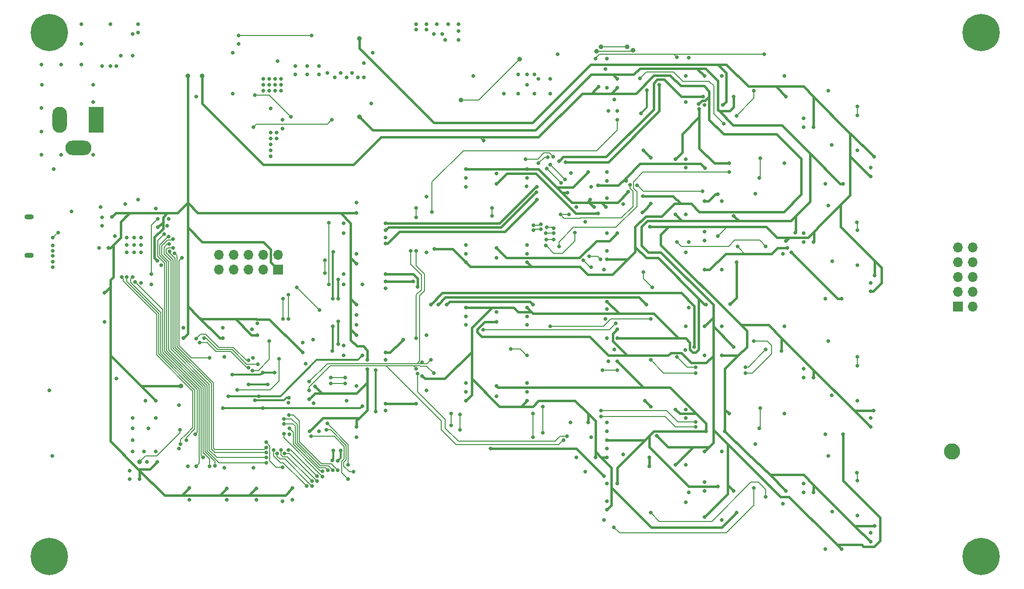
<source format=gbr>
G04 #@! TF.GenerationSoftware,KiCad,Pcbnew,5.1.5*
G04 #@! TF.CreationDate,2020-02-13T08:46:50-05:00*
G04 #@! TF.ProjectId,io-master,696f2d6d-6173-4746-9572-2e6b69636164,A*
G04 #@! TF.SameCoordinates,Original*
G04 #@! TF.FileFunction,Copper,L4,Bot*
G04 #@! TF.FilePolarity,Positive*
%FSLAX46Y46*%
G04 Gerber Fmt 4.6, Leading zero omitted, Abs format (unit mm)*
G04 Created by KiCad (PCBNEW 5.1.5) date 2020-02-13 08:46:50*
%MOMM*%
%LPD*%
G04 APERTURE LIST*
%ADD10C,6.400000*%
%ADD11R,2.500000X4.500000*%
%ADD12O,2.500000X4.500000*%
%ADD13O,4.500000X2.500000*%
%ADD14O,1.600000X0.900000*%
%ADD15R,1.700000X1.700000*%
%ADD16O,1.700000X1.700000*%
%ADD17C,2.800000*%
%ADD18C,0.660000*%
%ADD19C,0.635000*%
%ADD20C,0.812000*%
%ADD21C,0.150000*%
%ADD22C,0.400000*%
%ADD23C,0.300000*%
G04 APERTURE END LIST*
D10*
X35000000Y-35000000D03*
X195000000Y-35000000D03*
X35000000Y-125000000D03*
X195000000Y-125000000D03*
D11*
X43000000Y-50000000D03*
D12*
X36750000Y-50000000D03*
D13*
X40000000Y-54800000D03*
D14*
X31500000Y-66700000D03*
X31500000Y-73300000D03*
D15*
X74250000Y-75750000D03*
D16*
X74250000Y-73210000D03*
X71710000Y-75750000D03*
X71710000Y-73210000D03*
X69170000Y-75750000D03*
X69170000Y-73210000D03*
X66630000Y-75750000D03*
X66630000Y-73210000D03*
X64090000Y-75750000D03*
X64090000Y-73210000D03*
D17*
X190000000Y-107000000D03*
D15*
X191000000Y-82080000D03*
D16*
X193540000Y-82080000D03*
X191000000Y-79540000D03*
X193540000Y-79540000D03*
X191000000Y-77000000D03*
X193540000Y-77000000D03*
X191000000Y-74460000D03*
X193540000Y-74460000D03*
X191000000Y-71920000D03*
X193540000Y-71920000D03*
D18*
X52000000Y-103000000D03*
X164500000Y-94250000D03*
X169364801Y-97360617D03*
X161250000Y-85500000D03*
X164500000Y-112500000D03*
X168250000Y-123750000D03*
X130750000Y-106500000D03*
X130750000Y-87500000D03*
X128000000Y-104500000D03*
X147500000Y-113750000D03*
X176000000Y-121000000D03*
X144250000Y-99750000D03*
X124500000Y-102000000D03*
X133500000Y-107500000D03*
X130250000Y-118750000D03*
X169400000Y-117299996D03*
X144750000Y-82250000D03*
X150500000Y-118750000D03*
X150500000Y-85500000D03*
X173750000Y-98250000D03*
X130750000Y-103500000D03*
X168750000Y-107750000D03*
X130750000Y-115500000D03*
X144750000Y-114000000D03*
X144250000Y-101250000D03*
X176000000Y-101250000D03*
X161250000Y-100500000D03*
X131000000Y-91500000D03*
X130750000Y-82500000D03*
X168750000Y-88000000D03*
X164500000Y-114000000D03*
X164500000Y-92750000D03*
X161000000Y-116000000D03*
X144250000Y-85500000D03*
X130750000Y-102000000D03*
X144250000Y-109250000D03*
X125500000Y-108000000D03*
X173750000Y-118000000D03*
X130500000Y-84250000D03*
X147500000Y-112250000D03*
X144250000Y-115750000D03*
X150500000Y-107000000D03*
X156250000Y-105750000D03*
X147500000Y-90500000D03*
X127000000Y-110500000D03*
X168250000Y-104000000D03*
X132000000Y-89500000D03*
X130750000Y-112500000D03*
X117000000Y-96750000D03*
X106500000Y-85250000D03*
X111750000Y-97500000D03*
X106500000Y-83750000D03*
X99750000Y-96500000D03*
X111750000Y-83000000D03*
X106500000Y-95250000D03*
X117000000Y-83750000D03*
X99750000Y-87000000D03*
X117000000Y-95250000D03*
X117000000Y-85250000D03*
X106500000Y-96750000D03*
X48250000Y-70250000D03*
X48250000Y-72750000D03*
X50750000Y-72750000D03*
X49500000Y-72750000D03*
X49500000Y-70250000D03*
X50750000Y-70250000D03*
X49500000Y-71500000D03*
X50750000Y-71500000D03*
X48250000Y-71500000D03*
D19*
X74750000Y-43000000D03*
X73750000Y-45000000D03*
X73750000Y-43000000D03*
X73750000Y-44000000D03*
X74750000Y-44000000D03*
X74750000Y-45000000D03*
X72750000Y-43000000D03*
X71750000Y-44000000D03*
X71750000Y-45000000D03*
X72750000Y-45000000D03*
X72750000Y-44000000D03*
X71750000Y-43000000D03*
X66500000Y-45500000D03*
X72970778Y-48027135D03*
X85000000Y-42000000D03*
X35600000Y-75300000D03*
X35600000Y-73400000D03*
X35600000Y-72500000D03*
X35600000Y-74400000D03*
D18*
X35750000Y-58500000D03*
X40500000Y-33600000D03*
X45500000Y-33600000D03*
X50250000Y-33600000D03*
X40500000Y-40500000D03*
X40500000Y-37000000D03*
X33600000Y-40500000D03*
X37000000Y-40500000D03*
X50250000Y-35000000D03*
X49250000Y-35250000D03*
X49250000Y-39000000D03*
X47250000Y-39000000D03*
X44000000Y-40750000D03*
X45500000Y-40750000D03*
X46500000Y-40750000D03*
X33600000Y-56000000D03*
X33700000Y-44000000D03*
X33600000Y-48000000D03*
X33600000Y-52000000D03*
X37000000Y-56000000D03*
X42500000Y-47000000D03*
X42500000Y-44000000D03*
X46250000Y-70000000D03*
X43500000Y-72000000D03*
X52500000Y-78250000D03*
X53250000Y-65250000D03*
X50250000Y-63750000D03*
X48000000Y-64500000D03*
X43750000Y-65000000D03*
X44000000Y-66750000D03*
X44000000Y-68250000D03*
X38750000Y-65750000D03*
X107750000Y-42500000D03*
X113000000Y-45500000D03*
X121000000Y-45500000D03*
X121000000Y-43000000D03*
X115500000Y-45500000D03*
X118250000Y-45500000D03*
X98000000Y-34500000D03*
X74145000Y-39911138D03*
X67500000Y-37000000D03*
X66500000Y-38500000D03*
X111750000Y-73750000D03*
X106500000Y-71500000D03*
X106500000Y-73000000D03*
X117000000Y-73000000D03*
X117000000Y-71500000D03*
X111750000Y-59250000D03*
X117000000Y-60000000D03*
X106500000Y-61500000D03*
X106500000Y-60000000D03*
X99750000Y-72750000D03*
X99750000Y-63250000D03*
X144250000Y-47000000D03*
X131000000Y-48500000D03*
X132000000Y-46500000D03*
X144250000Y-42500000D03*
X169364801Y-54360617D03*
X164500000Y-49750000D03*
X164500000Y-51250000D03*
X168250000Y-61000000D03*
X176000000Y-58250000D03*
X173750000Y-55250000D03*
X168750000Y-45000000D03*
X144250000Y-56750000D03*
X144250000Y-58250000D03*
X130750000Y-59000000D03*
X130750000Y-60500000D03*
X147500000Y-69250000D03*
X150500000Y-64000000D03*
X144250000Y-66250000D03*
X130750000Y-63500000D03*
X133500000Y-64500000D03*
X125500000Y-65000000D03*
X127000000Y-67500000D03*
X128000000Y-61500000D03*
X130750000Y-72500000D03*
X130250000Y-75750000D03*
X144750000Y-71000000D03*
X144250000Y-72750000D03*
X147500000Y-70750000D03*
X150500000Y-75750000D03*
X150500000Y-42500000D03*
X147500000Y-47500000D03*
X168750000Y-64750000D03*
X169400000Y-74299996D03*
X164500000Y-69500000D03*
X164500000Y-71000000D03*
X176000000Y-78000000D03*
X168250000Y-80750000D03*
X173750000Y-75000000D03*
X161000000Y-73000000D03*
X161250000Y-57500000D03*
X156250000Y-62750000D03*
X161250000Y-42500000D03*
X130750000Y-44500000D03*
X130500000Y-41250000D03*
X130750000Y-39500000D03*
X60250000Y-46000000D03*
X98000000Y-33600000D03*
X105250000Y-33600000D03*
X101500000Y-33600000D03*
X99750000Y-33600000D03*
X103500000Y-33600000D03*
X105250000Y-36250000D03*
X105250000Y-34750000D03*
X103000000Y-36250000D03*
X101000000Y-35250000D03*
X99750000Y-34500000D03*
X118250000Y-42250000D03*
X117000000Y-42250000D03*
X117000000Y-44000000D03*
X119000000Y-43000000D03*
X102500000Y-35250000D03*
X122250000Y-38750000D03*
X90500000Y-38500000D03*
X90250000Y-47250000D03*
X89000000Y-40250000D03*
X89000000Y-42750000D03*
X88000000Y-42750000D03*
X87000000Y-42000000D03*
X86000000Y-42750000D03*
X84000000Y-42750000D03*
X82750000Y-42000000D03*
X81250000Y-42250000D03*
X81250000Y-40750000D03*
X77250000Y-40750000D03*
X77250000Y-42250000D03*
X79250000Y-42250000D03*
X79250000Y-40750000D03*
X75000000Y-50000000D03*
X75000000Y-51500000D03*
X73000000Y-52250000D03*
X73000000Y-56250000D03*
X73000000Y-54250000D03*
X74000000Y-52250000D03*
X74000000Y-53250000D03*
X73000000Y-55250000D03*
X73000000Y-53250000D03*
X42500000Y-56000000D03*
X65500000Y-115250000D03*
X70500000Y-115250000D03*
X75000000Y-115500000D03*
X76750000Y-115250000D03*
X65000000Y-90750000D03*
X46500000Y-94500000D03*
X57250000Y-99000000D03*
X57250000Y-106500000D03*
X49250000Y-101250000D03*
X49250000Y-107000000D03*
X49250000Y-103000000D03*
X49250000Y-105000000D03*
X53250000Y-107000000D03*
X53250000Y-101250000D03*
X51250000Y-107000000D03*
X48750000Y-110250000D03*
X48750000Y-111750000D03*
X51750000Y-108750000D03*
X92750000Y-100000000D03*
X92750000Y-91250000D03*
X92750000Y-79000000D03*
X92750000Y-70250000D03*
X130766196Y-69516196D03*
X116931505Y-61431505D03*
X87750000Y-64250000D03*
X85500000Y-67750000D03*
X85500000Y-69500000D03*
X87750000Y-83500000D03*
X85500000Y-76500000D03*
X85500000Y-78250000D03*
X87750000Y-73000000D03*
X87750000Y-85250000D03*
X85500000Y-88750000D03*
X85500000Y-90500000D03*
X87750000Y-95750000D03*
X87750000Y-104500000D03*
X78500000Y-88250000D03*
X80250000Y-87750000D03*
X76200000Y-104000000D03*
X81300000Y-103500000D03*
X58776273Y-109500000D03*
X65000000Y-109750000D03*
X70000000Y-109750000D03*
X51500000Y-98250000D03*
X35000000Y-96500000D03*
X35500000Y-107750000D03*
X64750000Y-85750000D03*
X58000000Y-85750000D03*
X44500000Y-84750000D03*
X50750000Y-78000000D03*
X55250000Y-68250000D03*
X54204938Y-75000000D03*
X55500000Y-67000000D03*
X59000000Y-115250000D03*
X70750000Y-85000000D03*
X69750000Y-86000000D03*
X86000000Y-98250000D03*
X80400000Y-98730000D03*
X79000000Y-91930010D03*
X69915328Y-90889770D03*
X76066260Y-98619001D03*
X144233804Y-89516196D03*
X144750000Y-39355010D03*
X124592702Y-59144716D03*
D19*
X35600000Y-71600000D03*
D18*
X70250000Y-45750000D03*
X76500000Y-49500000D03*
X130750000Y-117000000D03*
X153000000Y-117500000D03*
X127500000Y-102000000D03*
X132500000Y-87500000D03*
X117000000Y-98250000D03*
X106500000Y-82250000D03*
X99000000Y-94000000D03*
X117000000Y-82250000D03*
X106500000Y-98250000D03*
X45100000Y-72000000D03*
X53550000Y-74250000D03*
X53600000Y-68500000D03*
X45700000Y-66700000D03*
X115500000Y-42250000D03*
X106500000Y-74500000D03*
X117000000Y-74500000D03*
X117000000Y-58500000D03*
X106500000Y-58500000D03*
X128500000Y-65000000D03*
X127500000Y-59000000D03*
X130750000Y-74000000D03*
X153000000Y-74500000D03*
X132500000Y-44500000D03*
X87750000Y-66000000D03*
X87750000Y-74750000D03*
X87750000Y-81750000D03*
X87750000Y-87000000D03*
X130750000Y-81230010D03*
X87750000Y-102750000D03*
X78500000Y-90000000D03*
X79700000Y-103500000D03*
X59000000Y-113250000D03*
X53250000Y-98250000D03*
X64750000Y-87500000D03*
X58000000Y-87500000D03*
X44500000Y-79750000D03*
D20*
X57620326Y-95712469D03*
D18*
X50500000Y-111750000D03*
X53500000Y-108750000D03*
D20*
X58750000Y-42500000D03*
D18*
X70750000Y-87000000D03*
X89600000Y-91230000D03*
X89599967Y-92873228D03*
X79600000Y-98000000D03*
X80600000Y-95800000D03*
X130750000Y-108000000D03*
X128750000Y-108000000D03*
X147750000Y-81750000D03*
D20*
X61250000Y-42500000D03*
D18*
X124000000Y-62500000D03*
X129300000Y-44300000D03*
X146500000Y-47300000D03*
X151900000Y-81700000D03*
X134400000Y-62400000D03*
X130600000Y-65000000D03*
X136900000Y-63100000D03*
X109600000Y-53600000D03*
X65500000Y-113300000D03*
X70500000Y-113300000D03*
X76750000Y-113250000D03*
X127850000Y-63750000D03*
X101100000Y-72200000D03*
X75023705Y-109702073D03*
X72200000Y-105399996D03*
X57400000Y-103300000D03*
D20*
X50500000Y-108750000D03*
D18*
X53600000Y-67000000D03*
X52500000Y-76500000D03*
X176000000Y-102750000D03*
X150500000Y-90500000D03*
X151750000Y-100500000D03*
X161500000Y-113750000D03*
X176500000Y-100000000D03*
X166250000Y-94250000D03*
X142500000Y-99750000D03*
X130750000Y-105000000D03*
X176750000Y-119750000D03*
X166250000Y-114000000D03*
X132500000Y-112500000D03*
X132500000Y-91500000D03*
X176000000Y-122500000D03*
X111750000Y-95750000D03*
X67500000Y-35500000D03*
X80000000Y-35500000D03*
X111750000Y-72000000D03*
X132500000Y-48500000D03*
X166250000Y-51250000D03*
X176000000Y-59750000D03*
X142500000Y-56750000D03*
X132500000Y-69500000D03*
X176750000Y-76750000D03*
X176000000Y-79500000D03*
X151750000Y-57500000D03*
X161500000Y-46000000D03*
X149750000Y-113000000D03*
X147750000Y-103500000D03*
X151000000Y-103500000D03*
X160750000Y-89750000D03*
D20*
X88250000Y-36000000D03*
D18*
X176600000Y-56400000D03*
X150600000Y-47500000D03*
X136600000Y-48900000D03*
X137600000Y-44900000D03*
X161500000Y-70800000D03*
X166250000Y-71000000D03*
X138100000Y-68400000D03*
X146606670Y-48153361D03*
X149800000Y-70000000D03*
X147500000Y-107000000D03*
X147500000Y-85500000D03*
X142500000Y-109250000D03*
X132500000Y-86000000D03*
X152500000Y-113750000D03*
X171250000Y-104000000D03*
X171000000Y-123750000D03*
X152500000Y-89000000D03*
X111750000Y-84750000D03*
X70000000Y-51250000D03*
X83500000Y-50000000D03*
X111750000Y-61000000D03*
X171250000Y-61000000D03*
X147500000Y-64000000D03*
X142500000Y-66250000D03*
X147500000Y-75750000D03*
X147500000Y-42500000D03*
X171000000Y-80750000D03*
X152500000Y-46000000D03*
X132500000Y-43000000D03*
X147500000Y-118250000D03*
X139250000Y-104250000D03*
D20*
X88250000Y-49500000D03*
D18*
X163100000Y-69400000D03*
X162400000Y-72800000D03*
X129200000Y-66100000D03*
X129200000Y-61300000D03*
X147600000Y-58300000D03*
X152500000Y-66530000D03*
X149800000Y-62800000D03*
X134000000Y-60500000D03*
X161700000Y-72000000D03*
X153200000Y-71800000D03*
X158000000Y-89480002D03*
X138250000Y-84250000D03*
X121000000Y-85495000D03*
X142750000Y-90750000D03*
X146016188Y-92516188D03*
X154500000Y-92500000D03*
X156000000Y-88000000D03*
X109475000Y-86100000D03*
X138250000Y-91250000D03*
X146000000Y-93500000D03*
X154500000Y-93500000D03*
X132250000Y-85000000D03*
X158000000Y-114750000D03*
X105500000Y-100645000D03*
X138250000Y-117500000D03*
X105500000Y-103250000D03*
X156000000Y-113269998D03*
X131943750Y-120000000D03*
X118000000Y-104500000D03*
X118000000Y-100500000D03*
X120552800Y-56447200D03*
X128750010Y-39500000D03*
X157750000Y-38750000D03*
X142750000Y-39250012D03*
X119000000Y-57500000D03*
X156000000Y-45000000D03*
X116750000Y-56750000D03*
X121512795Y-56342805D03*
X136400000Y-42900000D03*
X153000000Y-49300000D03*
X150800004Y-50700000D03*
X142750000Y-71000000D03*
X158000000Y-71750000D03*
X129600000Y-74000000D03*
X127700000Y-73500000D03*
X121605000Y-69500000D03*
X120200000Y-69500000D03*
X119405010Y-68800000D03*
X118100000Y-69000000D03*
X120300000Y-70600000D03*
X121605000Y-70600000D03*
X126700000Y-74100000D03*
X127991188Y-75291188D03*
X138500000Y-78800000D03*
X137000000Y-76200000D03*
D20*
X105650000Y-46600000D03*
X115750000Y-39600000D03*
D18*
X92750000Y-98750000D03*
X98000000Y-98750000D03*
X88700000Y-99200000D03*
X64800000Y-99500000D03*
X71600000Y-99500000D03*
X92750000Y-90000000D03*
X101750000Y-81750000D03*
X95750000Y-87750000D03*
X88750000Y-90500000D03*
X71000000Y-97500000D03*
X65700000Y-97500000D03*
X137500000Y-81750000D03*
X92750000Y-77750000D03*
X97500000Y-77750000D03*
X88750000Y-78250000D03*
X66399998Y-93800000D03*
X71600000Y-93400000D03*
X73680010Y-93400000D03*
X92750000Y-69000000D03*
X139750000Y-44000000D03*
X76158991Y-97764003D03*
X70320002Y-98220000D03*
X123600000Y-57300000D03*
X118647825Y-62419784D03*
X35600000Y-70250002D03*
X36465300Y-69384700D03*
X81400000Y-82700000D03*
X77500000Y-78800000D03*
X76000000Y-84250000D03*
X75999992Y-80100000D03*
X75139587Y-84250000D03*
X75100002Y-80700000D03*
X156920000Y-103000000D03*
X157097886Y-99578871D03*
X173750000Y-112000000D03*
X173662500Y-110600000D03*
X173750000Y-69000000D03*
X173662500Y-67600000D03*
X173750000Y-47750000D03*
X173750000Y-49250000D03*
X157097886Y-56578871D03*
X156920000Y-60000000D03*
X173750000Y-90750000D03*
X173750000Y-92250000D03*
X84994968Y-106799992D03*
X84500000Y-108600000D03*
X130250000Y-111250000D03*
X110750000Y-106500000D03*
X100500000Y-81750000D03*
X145750000Y-89000000D03*
X100500000Y-91200000D03*
X98000000Y-72500000D03*
X98000000Y-66750000D03*
X79600000Y-95000000D03*
X76010012Y-106700000D03*
X80934583Y-111190634D03*
X123858120Y-104391880D03*
X99000179Y-91692505D03*
X98254334Y-93571532D03*
X122891887Y-60858113D03*
X120391887Y-58358113D03*
X98000000Y-65145000D03*
X129750000Y-101000000D03*
X85750010Y-95300000D03*
X83345113Y-95319996D03*
X146000000Y-102769990D03*
X100997378Y-93550288D03*
X98000000Y-92750000D03*
X98000000Y-87500000D03*
X97000000Y-72500000D03*
X79600000Y-96500000D03*
X75277800Y-103922200D03*
X81900000Y-111265045D03*
X123250012Y-105000000D03*
X123500000Y-60250000D03*
X121000000Y-57750000D03*
X103250000Y-81750000D03*
X118000000Y-81750000D03*
X91000000Y-93000000D03*
X91000000Y-100100000D03*
X83750000Y-106800000D03*
X83535016Y-108510247D03*
X129750000Y-100000000D03*
X85750010Y-94300000D03*
X83339999Y-94299999D03*
X146000000Y-101909977D03*
X92750000Y-76500000D03*
X98250000Y-78750000D03*
X84600000Y-77400000D03*
X84600000Y-80700000D03*
X84600000Y-84600000D03*
X84600002Y-88500000D03*
X72500000Y-95500000D03*
X69194990Y-95500000D03*
X82300002Y-76300000D03*
X82300000Y-74100000D03*
D20*
X129000000Y-38250000D03*
X135223872Y-38068990D03*
D18*
X147250000Y-46000000D03*
X92750000Y-67750000D03*
X83589991Y-89699583D03*
X83709792Y-72709792D03*
X83700000Y-80700000D03*
X83700000Y-85500000D03*
X118733822Y-61483806D03*
X122500000Y-57100000D03*
X151750000Y-59000000D03*
X122500000Y-71750000D03*
X122750000Y-66250000D03*
X124250000Y-66250000D03*
X147200000Y-62300000D03*
X135905000Y-61300000D03*
X134695000Y-61200000D03*
X92750000Y-71250000D03*
X72780000Y-87996602D03*
X69900000Y-93100006D03*
X118750000Y-63750000D03*
D20*
X134250000Y-37500000D03*
X129750000Y-37500000D03*
D18*
X83000000Y-78300000D03*
X83000000Y-67700000D03*
X74400000Y-91100000D03*
X67200000Y-96400000D03*
X104000000Y-102500000D03*
X104000000Y-100500000D03*
X119750000Y-99250000D03*
X119750000Y-103750000D03*
X132500000Y-93000000D03*
X130000000Y-93000000D03*
X114250000Y-89395000D03*
X117000000Y-90500000D03*
X138000006Y-108000000D03*
X138000000Y-109500000D03*
X137250000Y-98250000D03*
X138282980Y-99282980D03*
X120200000Y-71600000D03*
X125200000Y-69400000D03*
X118100000Y-68100000D03*
X119405000Y-67939999D03*
X120395000Y-68500000D03*
X121605000Y-68600000D03*
X132500000Y-50000000D03*
X100700000Y-65800000D03*
X111000000Y-65200000D03*
X111000000Y-66505000D03*
X136800000Y-65900000D03*
X138300000Y-64400000D03*
X137000000Y-55250000D03*
X138250000Y-56500000D03*
X83640015Y-110206722D03*
X75300000Y-101378911D03*
X76100000Y-100700000D03*
X84500000Y-110200000D03*
X75405010Y-107313776D03*
X80967828Y-112083889D03*
X74800000Y-106700000D03*
X80066966Y-112074035D03*
X74105010Y-107342587D03*
X80083808Y-112950886D03*
X73500000Y-106700000D03*
X79172978Y-112931066D03*
X61595000Y-87500000D03*
X70772196Y-91972196D03*
X60800000Y-88300000D03*
X69195448Y-92606825D03*
X60195000Y-87600000D03*
X69200000Y-91367186D03*
X75304304Y-102238912D03*
X82778776Y-110201098D03*
X87250000Y-110500000D03*
X82600000Y-103300000D03*
X79900000Y-104399996D03*
X86277807Y-111722193D03*
X76200000Y-103000000D03*
X81900000Y-110405032D03*
X82700000Y-102200000D03*
X86250000Y-109250000D03*
X49250000Y-77000000D03*
X59999992Y-104000000D03*
X48250000Y-77000000D03*
X58500000Y-105000000D03*
X47389987Y-77000000D03*
X57521956Y-105684131D03*
X54718080Y-69645000D03*
X61355000Y-107994990D03*
X49702818Y-77852214D03*
X60250000Y-109500000D03*
X55500000Y-70093439D03*
X62500000Y-109500000D03*
X56263022Y-70506771D03*
X63400000Y-109475002D03*
X55582574Y-71355010D03*
X72198005Y-108900486D03*
X56270414Y-71999992D03*
X72200150Y-108040477D03*
X55628577Y-72605002D03*
X72196729Y-107180472D03*
X56496070Y-72910496D03*
X72190322Y-106298187D03*
X57750000Y-73750000D03*
X62500000Y-90899986D03*
D21*
X70250000Y-45750000D02*
X72750000Y-45750000D01*
X72750000Y-45750000D02*
X76500000Y-49500000D01*
D22*
X48050000Y-66700000D02*
X48500000Y-66250000D01*
X53600000Y-68500000D02*
X54500000Y-67600000D01*
X45500000Y-72000000D02*
X46000000Y-71500000D01*
X45100000Y-72000000D02*
X45500000Y-72000000D01*
X47250000Y-70250000D02*
X46000000Y-71500000D01*
X48500000Y-66250000D02*
X47250000Y-67500000D01*
X47250000Y-67500000D02*
X47250000Y-70250000D01*
X48500000Y-66250000D02*
X48750000Y-66000000D01*
X54500000Y-66750000D02*
X55250000Y-66000000D01*
X54500000Y-67600000D02*
X54500000Y-66750000D01*
X46400000Y-66000000D02*
X45700000Y-66700000D01*
X48750000Y-66000000D02*
X46400000Y-66000000D01*
X52920001Y-97920001D02*
X53250000Y-98250000D01*
X50787531Y-95712469D02*
X50750000Y-95750000D01*
X57620326Y-95712469D02*
X50787531Y-95712469D01*
X50750000Y-95750000D02*
X52920001Y-97920001D01*
X46000000Y-77000000D02*
X46000000Y-71500000D01*
X44500000Y-79750000D02*
X45500000Y-78750000D01*
X45500000Y-77500000D02*
X46000000Y-77000000D01*
X45500000Y-78750000D02*
X45500000Y-77500000D01*
X48000000Y-93000000D02*
X50750000Y-95750000D01*
X45500000Y-78750000D02*
X45500000Y-90500000D01*
X45500000Y-90500000D02*
X48000000Y-93000000D01*
X45500000Y-90500000D02*
X45500000Y-105250000D01*
X54750000Y-114500000D02*
X57250000Y-114500000D01*
X57250000Y-114500000D02*
X64000000Y-114500000D01*
X57766655Y-114500000D02*
X57250000Y-114500000D01*
X59000000Y-113250000D02*
X59000000Y-113266655D01*
X59000000Y-113266655D02*
X57766655Y-114500000D01*
X50500000Y-110250000D02*
X50500000Y-111750000D01*
X50500000Y-110250000D02*
X54750000Y-114500000D01*
X52250000Y-110000000D02*
X53500000Y-108750000D01*
X50250000Y-110000000D02*
X52250000Y-110000000D01*
X50250000Y-110000000D02*
X50500000Y-110250000D01*
X45500000Y-105250000D02*
X50250000Y-110000000D01*
X53050000Y-73750000D02*
X53550000Y-74250000D01*
X53050000Y-70200000D02*
X53050000Y-73750000D01*
X54500000Y-67600000D02*
X54500000Y-68750000D01*
X54500000Y-68750000D02*
X53050000Y-70200000D01*
X58750000Y-64250000D02*
X58750000Y-67750000D01*
X48750000Y-66000000D02*
X57000000Y-66000000D01*
X57000000Y-66000000D02*
X58750000Y-64250000D01*
X58750000Y-64250000D02*
X58750000Y-42500000D01*
X58750000Y-67750000D02*
X58750000Y-82000000D01*
X58750000Y-82000000D02*
X60500000Y-83750000D01*
X58750000Y-86750000D02*
X58000000Y-87500000D01*
X58750000Y-82000000D02*
X58750000Y-86750000D01*
X64250000Y-87500000D02*
X64750000Y-87500000D01*
X60500000Y-83750000D02*
X64250000Y-87500000D01*
X73000000Y-74500000D02*
X74250000Y-75750000D01*
X71750000Y-71000000D02*
X73000000Y-72250000D01*
X58750000Y-67750000D02*
X58750000Y-68500000D01*
X58750000Y-68500000D02*
X61250000Y-71000000D01*
X61250000Y-71000000D02*
X71750000Y-71000000D01*
X73000000Y-72250000D02*
X73000000Y-74500000D01*
X87420001Y-74420001D02*
X87750000Y-74750000D01*
X86750000Y-73750000D02*
X87420001Y-74420001D01*
X86750000Y-80750000D02*
X87750000Y-81750000D01*
X86750000Y-73750000D02*
X86750000Y-80750000D01*
X86750000Y-86000000D02*
X87750000Y-87000000D01*
X86750000Y-80750000D02*
X86750000Y-86000000D01*
X78170001Y-89670001D02*
X78500000Y-90000000D01*
X60500000Y-83750000D02*
X61000000Y-84250000D01*
X70569999Y-84269999D02*
X72769999Y-84269999D01*
X70550000Y-84250000D02*
X70569999Y-84269999D01*
X72769999Y-84269999D02*
X78170001Y-89670001D01*
X65250000Y-84250000D02*
X70550000Y-84250000D01*
X61000000Y-84250000D02*
X65250000Y-84250000D01*
X69700000Y-87000000D02*
X70750000Y-87000000D01*
X65250000Y-84250000D02*
X66950000Y-84250000D01*
X66950000Y-84250000D02*
X69700000Y-87000000D01*
X58750000Y-64250000D02*
X60500000Y-66000000D01*
X60500000Y-66000000D02*
X85750000Y-66000000D01*
X85750000Y-66000000D02*
X87750000Y-66000000D01*
X86750000Y-67750000D02*
X86750000Y-73750000D01*
X85000000Y-66000000D02*
X86750000Y-67750000D01*
X86750000Y-86000000D02*
X86750000Y-87850000D01*
X86750000Y-87850000D02*
X87800000Y-88900000D01*
X87800000Y-88900000D02*
X88900000Y-88900000D01*
X88900000Y-88900000D02*
X89600000Y-89600000D01*
X89600000Y-89600000D02*
X89600000Y-91230000D01*
X80029999Y-103170001D02*
X79700000Y-103500000D01*
X89599967Y-93339918D02*
X89600000Y-93339951D01*
X89599967Y-92873228D02*
X89599967Y-93339918D01*
X82000000Y-101200000D02*
X80029999Y-103170001D01*
X89600000Y-99840201D02*
X88240201Y-101200000D01*
X88240201Y-101200000D02*
X82000000Y-101200000D01*
X87750000Y-101690201D02*
X88240201Y-101200000D01*
X87750000Y-102750000D02*
X87750000Y-101690201D01*
X89600000Y-96700000D02*
X89600000Y-99840201D01*
X89600000Y-94600000D02*
X89600000Y-96700000D01*
X89600000Y-93339951D02*
X89600000Y-94600000D01*
X87750000Y-97000000D02*
X81800000Y-97000000D01*
X89600000Y-94600000D02*
X89600000Y-95150000D01*
X89600000Y-95150000D02*
X87750000Y-97000000D01*
X80600000Y-97000000D02*
X79600000Y-98000000D01*
X81800000Y-97000000D02*
X80600000Y-97000000D01*
X80600000Y-95800000D02*
X80587500Y-95812500D01*
X80612500Y-95812500D02*
X81800000Y-97000000D01*
X80587500Y-95812500D02*
X80612500Y-95812500D01*
X131000000Y-116750000D02*
X131500000Y-116250000D01*
X130750000Y-117000000D02*
X131000000Y-116750000D01*
X131500000Y-111250000D02*
X131500000Y-116250000D01*
X130750000Y-108000000D02*
X130000000Y-108000000D01*
X130000000Y-108000000D02*
X129750000Y-108000000D01*
X131500000Y-109750000D02*
X131500000Y-111250000D01*
X129750000Y-108000000D02*
X131500000Y-109750000D01*
X138334799Y-120000000D02*
X150500000Y-120000000D01*
X150500000Y-120000000D02*
X153000000Y-117500000D01*
X131500000Y-111250000D02*
X131500000Y-113165201D01*
X131500000Y-113165201D02*
X138334799Y-120000000D01*
X127500000Y-102000000D02*
X127500000Y-101983345D01*
X128750000Y-107000000D02*
X128750000Y-107533310D01*
X128750000Y-107533310D02*
X128750000Y-108000000D01*
X129750000Y-108000000D02*
X128750000Y-107000000D01*
X114750000Y-82250000D02*
X115500000Y-83000000D01*
X115500000Y-83000000D02*
X117750000Y-83000000D01*
X117500000Y-82750000D02*
X117750000Y-83000000D01*
X117000000Y-82250000D02*
X117500000Y-82750000D01*
X132750000Y-83230010D02*
X132750000Y-83250000D01*
X130750000Y-81230010D02*
X132750000Y-83230010D01*
X118000000Y-83250000D02*
X132750000Y-83250000D01*
X117750000Y-83000000D02*
X118000000Y-83250000D01*
X135000000Y-83250000D02*
X132750000Y-83250000D01*
X141750000Y-86250000D02*
X138750000Y-83250000D01*
X138750000Y-83250000D02*
X135000000Y-83250000D01*
X132500000Y-87500000D02*
X140000000Y-87500000D01*
X112250000Y-82250000D02*
X114750000Y-82250000D01*
X106500000Y-82250000D02*
X112250000Y-82250000D01*
X99000000Y-94000000D02*
X99500000Y-94500000D01*
X118000000Y-99250000D02*
X119000000Y-98250000D01*
X116000000Y-99250000D02*
X118000000Y-99250000D01*
X128750000Y-103000000D02*
X128750000Y-101750000D01*
X128750000Y-107000000D02*
X128750000Y-103000000D01*
X125250000Y-98250000D02*
X123750000Y-98250000D01*
X119000000Y-98250000D02*
X123750000Y-98250000D01*
X127500000Y-102000000D02*
X127500000Y-100500000D01*
X128750000Y-101750000D02*
X127500000Y-100500000D01*
X127500000Y-100500000D02*
X125250000Y-98250000D01*
X147500000Y-81750000D02*
X146500000Y-80750000D01*
X147750000Y-81750000D02*
X147500000Y-81750000D01*
X141750000Y-86250000D02*
X143000000Y-87500000D01*
X143000000Y-87500000D02*
X140000000Y-87500000D01*
X146500000Y-89500000D02*
X146500000Y-80750000D01*
X146000000Y-90000000D02*
X146500000Y-89500000D01*
X144250000Y-87500000D02*
X145000000Y-88250000D01*
X143000000Y-87500000D02*
X144250000Y-87500000D01*
X145000000Y-88250000D02*
X145000000Y-89500000D01*
X145000000Y-89500000D02*
X145500000Y-90000000D01*
X145500000Y-90000000D02*
X146000000Y-90000000D01*
X106500000Y-74500000D02*
X107250000Y-75250000D01*
X107250000Y-75250000D02*
X117750000Y-75250000D01*
X132000000Y-45000000D02*
X131500000Y-45500000D01*
X132500000Y-44500000D02*
X132000000Y-45000000D01*
X127750000Y-45500000D02*
X131500000Y-45500000D01*
X126500000Y-45500000D02*
X127750000Y-45500000D01*
X119000000Y-53000000D02*
X126500000Y-45500000D01*
X71750000Y-57750000D02*
X87250000Y-57750000D01*
X61250000Y-47250000D02*
X71750000Y-57750000D01*
X61250000Y-42500000D02*
X61250000Y-47250000D01*
X87250000Y-57750000D02*
X92000000Y-53000000D01*
X127750000Y-45500000D02*
X128100000Y-45500000D01*
X128970001Y-44629999D02*
X129300000Y-44300000D01*
X128100000Y-45500000D02*
X128970001Y-44629999D01*
X139500000Y-73750000D02*
X146500000Y-80750000D01*
X137500000Y-73750000D02*
X139500000Y-73750000D01*
X135600000Y-71850000D02*
X137500000Y-73750000D01*
X134300000Y-74000000D02*
X135600000Y-72700000D01*
X130750000Y-74000000D02*
X134300000Y-74000000D01*
X135600000Y-72700000D02*
X135600000Y-71850000D01*
X117000000Y-74500000D02*
X117750000Y-75250000D01*
X153000000Y-74500000D02*
X153000000Y-80600000D01*
X153000000Y-80600000D02*
X151900000Y-81700000D01*
X137400000Y-66600000D02*
X140100000Y-66600000D01*
X135600000Y-71850000D02*
X135600000Y-68400000D01*
X140100000Y-66600000D02*
X142300000Y-64400000D01*
X135600000Y-68400000D02*
X137400000Y-66600000D01*
X142100000Y-63100000D02*
X143400000Y-64400000D01*
X136900000Y-63100000D02*
X142100000Y-63100000D01*
X143400000Y-64400000D02*
X142300000Y-64400000D01*
D21*
X109270001Y-53270001D02*
X109000000Y-53000000D01*
D22*
X92000000Y-53000000D02*
X109000000Y-53000000D01*
D21*
X109600000Y-53600000D02*
X109270001Y-53270001D01*
D22*
X109000000Y-53000000D02*
X119000000Y-53000000D01*
X64500000Y-114500000D02*
X64000000Y-114500000D01*
X64000000Y-114500000D02*
X64300000Y-114500000D01*
X65170001Y-113629999D02*
X64300000Y-114500000D01*
X65500000Y-113300000D02*
X65170001Y-113629999D01*
X70170001Y-113629999D02*
X69300000Y-114500000D01*
X70500000Y-113300000D02*
X70170001Y-113629999D01*
X64300000Y-114500000D02*
X69300000Y-114500000D01*
X75500000Y-114500000D02*
X76750000Y-113250000D01*
X69300000Y-114500000D02*
X75500000Y-114500000D01*
X146600000Y-65800000D02*
X145200000Y-64400000D01*
X145200000Y-64400000D02*
X143400000Y-64400000D01*
X150800000Y-52500000D02*
X159900000Y-52500000D01*
X164100000Y-56700000D02*
X164100000Y-62800000D01*
X161100000Y-65800000D02*
X146600000Y-65800000D01*
X164100000Y-62800000D02*
X161100000Y-65800000D01*
X159900000Y-52500000D02*
X164100000Y-56700000D01*
X148300000Y-50000000D02*
X150800000Y-52500000D01*
X147069999Y-46730001D02*
X147569999Y-46730001D01*
X146500000Y-47300000D02*
X147069999Y-46730001D01*
X147569999Y-46730001D02*
X148300000Y-46000000D01*
X148300000Y-46000000D02*
X148300000Y-50000000D01*
X148300000Y-45100000D02*
X148300000Y-46000000D01*
X147400000Y-44200000D02*
X148300000Y-45100000D01*
X135700000Y-45500000D02*
X138800000Y-42400000D01*
X138800000Y-42400000D02*
X141600000Y-42400000D01*
X141600000Y-42400000D02*
X143400000Y-44200000D01*
X131500000Y-45500000D02*
X135700000Y-45500000D01*
X143400000Y-44200000D02*
X147400000Y-44200000D01*
X127450000Y-76600000D02*
X131700000Y-76600000D01*
X117750000Y-75250000D02*
X126100000Y-75250000D01*
X131700000Y-76600000D02*
X134300000Y-74000000D01*
X126100000Y-75250000D02*
X127450000Y-76600000D01*
X111000000Y-82250000D02*
X112250000Y-82250000D01*
X106500000Y-98250000D02*
X107500000Y-97250000D01*
X107500000Y-85750000D02*
X111000000Y-82250000D01*
X102900000Y-94500000D02*
X107500000Y-89900000D01*
X100400000Y-94500000D02*
X102900000Y-94500000D01*
X99500000Y-94500000D02*
X100400000Y-94500000D01*
X107500000Y-89900000D02*
X107500000Y-85750000D01*
X107500000Y-97250000D02*
X107500000Y-93000000D01*
X107500000Y-93000000D02*
X107500000Y-89900000D01*
X116983345Y-98250000D02*
X117000000Y-98250000D01*
X107500000Y-93000000D02*
X107500000Y-94500000D01*
X115983345Y-99250000D02*
X116983345Y-98250000D01*
X112250000Y-99250000D02*
X115983345Y-99250000D01*
X107500000Y-94500000D02*
X112250000Y-99250000D01*
X134400000Y-62400000D02*
X132569999Y-64230001D01*
X129469999Y-64230001D02*
X129830001Y-64230001D01*
X129830001Y-64230001D02*
X130600000Y-65000000D01*
X132569999Y-64230001D02*
X129469999Y-64230001D01*
X129469999Y-64230001D02*
X127069999Y-64230001D01*
X128200000Y-64700000D02*
X128500000Y-65000000D01*
X127069999Y-64230001D02*
X127730001Y-64230001D01*
X127730001Y-64230001D02*
X128200000Y-64700000D01*
X127369999Y-64230001D02*
X127850000Y-63750000D01*
X127069999Y-64230001D02*
X127369999Y-64230001D01*
X127069999Y-64230001D02*
X124730001Y-64230001D01*
X124000000Y-62500000D02*
X123000000Y-62500000D01*
X124730001Y-64230001D02*
X123000000Y-62500000D01*
X123000000Y-62500000D02*
X122800000Y-62300000D01*
X117000000Y-58500000D02*
X119000000Y-58500000D01*
X124911886Y-61588114D02*
X122111886Y-61588114D01*
X127500000Y-59000000D02*
X124911886Y-61588114D01*
X122111886Y-61588114D02*
X122100000Y-61600000D01*
X119000000Y-58500000D02*
X122100000Y-61600000D01*
X122100000Y-61600000D02*
X122800000Y-62300000D01*
X106500000Y-58500000D02*
X117000000Y-58500000D01*
X104200000Y-72200000D02*
X101566690Y-72200000D01*
X101566690Y-72200000D02*
X101100000Y-72200000D01*
X107250000Y-75250000D02*
X104200000Y-72200000D01*
D21*
X73952073Y-109702073D02*
X75023705Y-109702073D01*
X72842324Y-108592324D02*
X73952073Y-109702073D01*
X72200000Y-105399996D02*
X72842324Y-106042320D01*
X72842324Y-106042320D02*
X72842324Y-108592324D01*
X57400000Y-103766690D02*
X57400000Y-103300000D01*
X53416690Y-107750000D02*
X57400000Y-103766690D01*
X51500000Y-107750000D02*
X50500000Y-108750000D01*
X52000000Y-107750000D02*
X51500000Y-107750000D01*
X52000000Y-107750000D02*
X53416690Y-107750000D01*
X52500000Y-68100000D02*
X53600000Y-67000000D01*
X52500000Y-76500000D02*
X52500000Y-68100000D01*
X67500000Y-35500000D02*
X80000000Y-35500000D01*
D22*
X176000000Y-122500000D02*
X176000000Y-122483345D01*
X176750000Y-119750000D02*
X173250000Y-119750000D01*
X176000000Y-122483345D02*
X173250000Y-119750000D01*
X164500000Y-111000000D02*
X161000000Y-111000000D01*
X173250000Y-119750000D02*
X171750000Y-118233345D01*
X171750000Y-118233345D02*
X171733345Y-118233345D01*
X166250000Y-114000000D02*
X166250000Y-112750000D01*
X171733345Y-118233345D02*
X166250000Y-112750000D01*
X166250000Y-112750000D02*
X164500000Y-111000000D01*
X138000000Y-104250000D02*
X138750000Y-103500000D01*
X138750000Y-103500000D02*
X147000000Y-103500000D01*
X130750000Y-105000000D02*
X133500000Y-105000000D01*
X137250000Y-105000000D02*
X138000000Y-104250000D01*
X133500000Y-105000000D02*
X137250000Y-105000000D01*
X132500000Y-109750000D02*
X137250000Y-105000000D01*
X132500000Y-112500000D02*
X132500000Y-109750000D01*
X149750000Y-113000000D02*
X144750000Y-113000000D01*
X138000000Y-105250000D02*
X138000000Y-104250000D01*
X138000000Y-106250000D02*
X138000000Y-105250000D01*
X144750000Y-113000000D02*
X138000000Y-106250000D01*
X147000000Y-103500000D02*
X147750000Y-103500000D01*
X151000000Y-103500000D02*
X154750000Y-107250000D01*
X161000000Y-111000000D02*
X158750000Y-111000000D01*
X154750000Y-107250000D02*
X158750000Y-111000000D01*
X161500000Y-113750000D02*
X158750000Y-111000000D01*
X151000000Y-103500000D02*
X151000000Y-100000000D01*
X151000000Y-100000000D02*
X151000000Y-96500000D01*
X151750000Y-100500000D02*
X151000000Y-99750000D01*
X176033310Y-100000000D02*
X173250000Y-100000000D01*
X176500000Y-100000000D02*
X176033310Y-100000000D01*
X173250000Y-100000000D02*
X176000000Y-102750000D01*
X166250000Y-94250000D02*
X166250000Y-93000000D01*
X166250000Y-93000000D02*
X173250000Y-100000000D01*
X158500000Y-85250000D02*
X153750000Y-85250000D01*
X154750000Y-86250000D02*
X153750000Y-85250000D01*
X166250000Y-93000000D02*
X160750000Y-87500000D01*
X160750000Y-89750000D02*
X160750000Y-87500000D01*
X160750000Y-87500000D02*
X158500000Y-85250000D01*
X143250000Y-100500000D02*
X142500000Y-99750000D01*
X141600401Y-96019999D02*
X146080402Y-100500000D01*
X146080402Y-100500000D02*
X143250000Y-100500000D01*
X147750000Y-102169598D02*
X146080402Y-100500000D01*
X147750000Y-103500000D02*
X147750000Y-102169598D01*
X137500000Y-96000000D02*
X141600401Y-96019999D01*
X137000000Y-96000000D02*
X137500000Y-96000000D01*
X132500000Y-91500000D02*
X137000000Y-96000000D01*
X112000000Y-96000000D02*
X137500000Y-96000000D01*
X111750000Y-95750000D02*
X112000000Y-96000000D01*
X150500000Y-90500000D02*
X153250000Y-90500000D01*
X153250000Y-90500000D02*
X154750000Y-89000000D01*
X154750000Y-89000000D02*
X154750000Y-86250000D01*
X151000000Y-92750000D02*
X153250000Y-90500000D01*
X151000000Y-96500000D02*
X151000000Y-92750000D01*
X166250000Y-51250000D02*
X166250000Y-50783310D01*
X166250000Y-50783310D02*
X166250000Y-46000000D01*
X166250000Y-46000000D02*
X164519999Y-44269999D01*
X164519999Y-44269999D02*
X159250000Y-44250000D01*
X159750000Y-44250000D02*
X159250000Y-44250000D01*
X161500000Y-46000000D02*
X159750000Y-44250000D01*
X127915201Y-40500000D02*
X139250000Y-40500000D01*
X101000000Y-50500000D02*
X117915201Y-50500000D01*
X88250000Y-36000000D02*
X88250000Y-37750000D01*
X117915201Y-50500000D02*
X127915201Y-40500000D01*
X88250000Y-37750000D02*
X101000000Y-50500000D01*
X172500000Y-52400000D02*
X166250000Y-46000000D01*
X140000000Y-71500000D02*
X140000000Y-69700000D01*
X153750000Y-85250000D02*
X140000000Y-71500000D01*
X140000000Y-69700000D02*
X141300000Y-68400000D01*
X172500000Y-63000000D02*
X172500000Y-57400000D01*
X172500000Y-57400000D02*
X172500000Y-52400000D01*
X175950000Y-59750000D02*
X172500000Y-56300000D01*
X176000000Y-59750000D02*
X175950000Y-59750000D01*
X172600000Y-52400000D02*
X176600000Y-56400000D01*
X172500000Y-52400000D02*
X172600000Y-52400000D01*
X176466690Y-79500000D02*
X177900000Y-78066690D01*
X176000000Y-79500000D02*
X176466690Y-79500000D01*
X177900000Y-78066690D02*
X177900000Y-75400000D01*
X170900000Y-68400000D02*
X170900000Y-64600000D01*
X167100000Y-68400000D02*
X170900000Y-64600000D01*
X170900000Y-64600000D02*
X172500000Y-63000000D01*
X176750000Y-76750000D02*
X176750000Y-74350000D01*
X176750000Y-74350000D02*
X176800000Y-74300000D01*
X177900000Y-75400000D02*
X176800000Y-74300000D01*
X176800000Y-74300000D02*
X170900000Y-68400000D01*
X148700000Y-40500000D02*
X149800000Y-40500000D01*
X139250000Y-40500000D02*
X148700000Y-40500000D01*
X151230001Y-41930001D02*
X151230001Y-44069999D01*
X149800000Y-40500000D02*
X151230001Y-41930001D01*
X155000000Y-44250000D02*
X159250000Y-44250000D01*
X151250000Y-40500000D02*
X155000000Y-44250000D01*
X149800000Y-40500000D02*
X151250000Y-40500000D01*
X151230001Y-44069999D02*
X151230001Y-46869999D01*
X151230001Y-46869999D02*
X150600000Y-47500000D01*
D23*
X136600000Y-48900000D02*
X137600000Y-47900000D01*
X137600000Y-47900000D02*
X137600000Y-44900000D01*
D22*
X154000000Y-68400000D02*
X158100000Y-68400000D01*
X158100000Y-68400000D02*
X159930001Y-70230001D01*
X162069999Y-70230001D02*
X161500000Y-70800000D01*
X162430001Y-70230001D02*
X165269999Y-70230001D01*
X162430001Y-70230001D02*
X162069999Y-70230001D01*
X159930001Y-70230001D02*
X162430001Y-70230001D01*
X166650000Y-68850000D02*
X167100000Y-68400000D01*
X165269999Y-70230001D02*
X166650000Y-68850000D01*
X166300000Y-70950000D02*
X166250000Y-71000000D01*
X166650000Y-68850000D02*
X166300000Y-69200000D01*
X166300000Y-69200000D02*
X166300000Y-70950000D01*
X111750000Y-72000000D02*
X113480001Y-73730001D01*
X125989597Y-73730001D02*
X128919598Y-70800000D01*
X113480001Y-73730001D02*
X125989597Y-73730001D01*
X131200000Y-70800000D02*
X132500000Y-69500000D01*
X128919598Y-70800000D02*
X131200000Y-70800000D01*
X138100000Y-68400000D02*
X141300000Y-68400000D01*
X142500000Y-56750000D02*
X143650000Y-55600000D01*
X143650000Y-55600000D02*
X143650000Y-52450000D01*
X143650000Y-52450000D02*
X146600000Y-49500000D01*
X146600000Y-49500000D02*
X146600000Y-48160031D01*
X146600000Y-48160031D02*
X146606670Y-48153361D01*
X151750000Y-57500000D02*
X149200000Y-57500000D01*
X146600000Y-54900000D02*
X146600000Y-49500000D01*
X149200000Y-57500000D02*
X146600000Y-54900000D01*
D21*
X149800000Y-70000000D02*
X151400000Y-68400000D01*
D22*
X141300000Y-68400000D02*
X151500000Y-68400000D01*
D21*
X151400000Y-68400000D02*
X151500000Y-68400000D01*
D22*
X151500000Y-68400000D02*
X154000000Y-68400000D01*
D21*
X82750000Y-50750000D02*
X83500000Y-50000000D01*
X70000000Y-51250000D02*
X70500000Y-50750000D01*
X70500000Y-50750000D02*
X82750000Y-50750000D01*
D22*
X160500000Y-114750000D02*
X162000000Y-114750000D01*
X150000000Y-104250000D02*
X160500000Y-114750000D01*
X151500000Y-105750000D02*
X150000000Y-104250000D01*
X151500000Y-112750000D02*
X151500000Y-105750000D01*
X151500000Y-114250000D02*
X147500000Y-118250000D01*
X152500000Y-113750000D02*
X151500000Y-112750000D01*
X151500000Y-112750000D02*
X151500000Y-114250000D01*
X150000000Y-104250000D02*
X149000000Y-103250000D01*
X169750000Y-122500000D02*
X171000000Y-123750000D01*
X162000000Y-114750000D02*
X169750000Y-122500000D01*
X149000000Y-103250000D02*
X149000000Y-91750000D01*
X127750000Y-87250000D02*
X131000000Y-90500000D01*
X109744598Y-84750000D02*
X108500000Y-85994598D01*
X109250000Y-87250000D02*
X127750000Y-87250000D01*
X108500000Y-85994598D02*
X108500000Y-86500000D01*
X111750000Y-84750000D02*
X109744598Y-84750000D01*
X108500000Y-86500000D02*
X109250000Y-87250000D01*
X131000000Y-90500000D02*
X134500000Y-90500000D01*
X132500000Y-86000000D02*
X131750000Y-86750000D01*
X134250000Y-90500000D02*
X134500000Y-90500000D01*
X131750000Y-88000000D02*
X134250000Y-90500000D01*
X131750000Y-86750000D02*
X131750000Y-88000000D01*
X149000000Y-91750000D02*
X149000000Y-88000000D01*
X149000000Y-88000000D02*
X149000000Y-86000000D01*
X149000000Y-85500000D02*
X152500000Y-89000000D01*
X149000000Y-86000000D02*
X149000000Y-84000000D01*
X148991673Y-84000000D02*
X149000000Y-84000000D01*
X147500000Y-85500000D02*
X147500000Y-85491673D01*
X147500000Y-85491673D02*
X148991673Y-84000000D01*
X149000000Y-88000000D02*
X149000000Y-90540201D01*
X149000000Y-90540201D02*
X147790201Y-91750000D01*
X147790201Y-91750000D02*
X145250000Y-91750000D01*
X141250000Y-90500000D02*
X134500000Y-90500000D01*
X145250000Y-91750000D02*
X143519999Y-90019999D01*
X141730001Y-90019999D02*
X141250000Y-90500000D01*
X143519999Y-90019999D02*
X141730001Y-90019999D01*
X132000000Y-42500000D02*
X131750000Y-42250000D01*
X132500000Y-43000000D02*
X132000000Y-42500000D01*
X128000000Y-42250000D02*
X131750000Y-42250000D01*
X88250000Y-49500000D02*
X90500000Y-51750000D01*
X118500000Y-51750000D02*
X128000000Y-42250000D01*
X90500000Y-51750000D02*
X118500000Y-51750000D01*
X165600000Y-64100000D02*
X165600000Y-55800000D01*
X165600000Y-55800000D02*
X160800000Y-50900000D01*
X160800000Y-50900000D02*
X152400000Y-50900000D01*
X147170001Y-42170001D02*
X146500000Y-41500000D01*
X147500000Y-42500000D02*
X147170001Y-42170001D01*
X152500000Y-46000000D02*
X152500000Y-47800000D01*
X152500000Y-47800000D02*
X151800000Y-48500000D01*
X151800000Y-48500000D02*
X150000000Y-48500000D01*
X152400000Y-50900000D02*
X150000000Y-48500000D01*
X170800000Y-61000000D02*
X165600000Y-55800000D01*
X171250000Y-61000000D02*
X170800000Y-61000000D01*
X135350000Y-42250000D02*
X131750000Y-42250000D01*
X136400000Y-41200000D02*
X135350000Y-42250000D01*
X146500000Y-41500000D02*
X146200000Y-41200000D01*
X146200000Y-41200000D02*
X136400000Y-41200000D01*
X163500000Y-66200000D02*
X165600000Y-64100000D01*
X163150000Y-69350000D02*
X163100000Y-69400000D01*
X163150000Y-66550000D02*
X163150000Y-69350000D01*
X163150000Y-66550000D02*
X163500000Y-66200000D01*
X149000000Y-81750000D02*
X140000000Y-72750000D01*
X149000000Y-84000000D02*
X149000000Y-81750000D01*
X140000000Y-72750000D02*
X137850000Y-72750000D01*
X162300000Y-67400000D02*
X163150000Y-66550000D01*
X136700000Y-68400000D02*
X137700000Y-67400000D01*
X137850000Y-72750000D02*
X136700000Y-71600000D01*
X136700000Y-71600000D02*
X136700000Y-68400000D01*
X146819999Y-57519999D02*
X147600000Y-58300000D01*
X136380001Y-57519999D02*
X146819999Y-57519999D01*
X152829999Y-66859999D02*
X152859999Y-66859999D01*
X152500000Y-66530000D02*
X152829999Y-66859999D01*
X152859999Y-66859999D02*
X153400000Y-67400000D01*
X153400000Y-67400000D02*
X162300000Y-67400000D01*
X147500000Y-64000000D02*
X148200000Y-64000000D01*
X148200000Y-64000000D02*
X149400000Y-62800000D01*
X149400000Y-62800000D02*
X149800000Y-62800000D01*
X134000000Y-60033310D02*
X134000000Y-60000000D01*
X134000000Y-60500000D02*
X134000000Y-60033310D01*
X134000000Y-60000000D02*
X136380001Y-57519999D01*
X143600000Y-67350000D02*
X143600000Y-67400000D01*
X142500000Y-66250000D02*
X143600000Y-67350000D01*
X137700000Y-67400000D02*
X143600000Y-67400000D01*
X143600000Y-67400000D02*
X153400000Y-67400000D01*
X147500000Y-75750000D02*
X148350000Y-75750000D01*
X148350000Y-75750000D02*
X151100000Y-73000000D01*
X159000000Y-73000000D02*
X160000000Y-72000000D01*
X160000000Y-72000000D02*
X161700000Y-72000000D01*
D21*
X153529999Y-72129999D02*
X154400000Y-73000000D01*
X153200000Y-71800000D02*
X153529999Y-72129999D01*
D22*
X151100000Y-73000000D02*
X154400000Y-73000000D01*
X154400000Y-73000000D02*
X159000000Y-73000000D01*
X149800000Y-48300000D02*
X150000000Y-48500000D01*
X149800000Y-43300000D02*
X149800000Y-48300000D01*
X146200000Y-41200000D02*
X147700000Y-41200000D01*
X147700000Y-41200000D02*
X149800000Y-43300000D01*
X149000000Y-103250000D02*
X149000000Y-105500000D01*
X148300000Y-106200000D02*
X145550000Y-106200000D01*
X145550000Y-106200000D02*
X142500000Y-109250000D01*
X148300000Y-106200000D02*
X147500000Y-107000000D01*
X149000000Y-105500000D02*
X148300000Y-106200000D01*
X141200000Y-106200000D02*
X139250000Y-104250000D01*
X145550000Y-106200000D02*
X141200000Y-106200000D01*
X170250000Y-123000000D02*
X169750000Y-122500000D01*
X174800000Y-123300000D02*
X174500000Y-123000000D01*
X171250000Y-111950000D02*
X177600000Y-118300000D01*
X174500000Y-123000000D02*
X170250000Y-123000000D01*
X171250000Y-104000000D02*
X171250000Y-111950000D01*
X177600000Y-118300000D02*
X177600000Y-122300000D01*
X176600000Y-123300000D02*
X174800000Y-123300000D01*
X177600000Y-122300000D02*
X176600000Y-123300000D01*
X132700000Y-61300000D02*
X134000000Y-60000000D01*
X129200000Y-61300000D02*
X132700000Y-61300000D01*
X125409799Y-66100000D02*
X129200000Y-66100000D01*
X111750000Y-61000000D02*
X111800000Y-61000000D01*
X118579798Y-59269999D02*
X125409799Y-66100000D01*
X113530001Y-59269999D02*
X118579798Y-59269999D01*
X111800000Y-61000000D02*
X113530001Y-59269999D01*
X170350000Y-80750000D02*
X162400000Y-72800000D01*
X171000000Y-80750000D02*
X170350000Y-80750000D01*
D21*
X130150402Y-85495000D02*
X121000000Y-85495000D01*
X138250000Y-84250000D02*
X131395402Y-84250000D01*
X131395402Y-84250000D02*
X130150402Y-85495000D01*
X142750000Y-90750000D02*
X144516188Y-92516188D01*
X144516188Y-92516188D02*
X146016188Y-92516188D01*
X155000000Y-92500000D02*
X154500000Y-92500000D01*
X158000000Y-89480002D02*
X158000000Y-89500000D01*
X158000000Y-89500000D02*
X155000000Y-92500000D01*
X138250000Y-91250000D02*
X140500000Y-93500000D01*
X140500000Y-93500000D02*
X146000000Y-93500000D01*
X154500000Y-93500000D02*
X155750000Y-93500000D01*
X155750000Y-93500000D02*
X159000000Y-90250000D01*
X159000000Y-90250000D02*
X159000000Y-88750000D01*
X158250000Y-88000000D02*
X156000000Y-88000000D01*
X159000000Y-88750000D02*
X158250000Y-88000000D01*
X131150000Y-86100000D02*
X132250000Y-85000000D01*
X109475000Y-86100000D02*
X131150000Y-86100000D01*
X139750000Y-119000000D02*
X138250000Y-117500000D01*
X158000000Y-113500000D02*
X156750000Y-112250000D01*
X158000000Y-114750000D02*
X158000000Y-113500000D01*
X155500000Y-112250000D02*
X148750000Y-119000000D01*
X156750000Y-112250000D02*
X155500000Y-112250000D01*
X148750000Y-119000000D02*
X139750000Y-119000000D01*
X105500000Y-100645000D02*
X105500000Y-103250000D01*
X151250000Y-121000000D02*
X132943750Y-121000000D01*
X132943750Y-121000000D02*
X131943750Y-120000000D01*
X156000000Y-113269998D02*
X156000000Y-116250000D01*
X156000000Y-116250000D02*
X151250000Y-121000000D01*
X118000000Y-100500000D02*
X118000000Y-104500000D01*
X142250000Y-38750000D02*
X157283310Y-38750000D01*
X157283310Y-38750000D02*
X157750000Y-38750000D01*
X129080009Y-39170001D02*
X128750010Y-39500000D01*
X129500010Y-38750000D02*
X129080009Y-39170001D01*
X142250000Y-38750000D02*
X129500010Y-38750000D01*
X142250000Y-38750000D02*
X142250000Y-38750012D01*
X142420001Y-38920013D02*
X142750000Y-39250012D01*
X142250000Y-38750012D02*
X142420001Y-38920013D01*
X119000000Y-57500000D02*
X120052800Y-56447200D01*
X120052800Y-56447200D02*
X120552800Y-56447200D01*
X156000000Y-46300000D02*
X156000000Y-45000000D01*
X153000000Y-49300000D02*
X156000000Y-46300000D01*
X149100000Y-48999996D02*
X150800004Y-50700000D01*
X137500000Y-41800000D02*
X142200000Y-41800000D01*
X149100000Y-44200000D02*
X149100000Y-48999996D01*
X136400000Y-42900000D02*
X137500000Y-41800000D01*
X148300000Y-43400000D02*
X149100000Y-44200000D01*
X142200000Y-41800000D02*
X143800000Y-43400000D01*
X143800000Y-43400000D02*
X148300000Y-43400000D01*
X120869990Y-55700000D02*
X121512795Y-56342805D01*
X119900000Y-55700000D02*
X120869990Y-55700000D01*
X116750000Y-56750000D02*
X118850000Y-56750000D01*
X118850000Y-56750000D02*
X119900000Y-55700000D01*
X129600000Y-74000000D02*
X129100000Y-73500000D01*
X129100000Y-73500000D02*
X127700000Y-73500000D01*
X121605000Y-69500000D02*
X120200000Y-69500000D01*
X118938320Y-68800000D02*
X119405010Y-68800000D01*
X118938320Y-68800000D02*
X118300000Y-68800000D01*
X118300000Y-68800000D02*
X118100000Y-69000000D01*
X156950000Y-70700000D02*
X158000000Y-71750000D01*
X151650000Y-71750000D02*
X152700000Y-70700000D01*
X142750000Y-71000000D02*
X143500000Y-71750000D01*
X152700000Y-70700000D02*
X156950000Y-70700000D01*
X143500000Y-71750000D02*
X151650000Y-71750000D01*
X120300000Y-70600000D02*
X121605000Y-70600000D01*
X126700000Y-74100000D02*
X127891188Y-75291188D01*
X127891188Y-75291188D02*
X127991188Y-75291188D01*
X138500000Y-78800000D02*
X137000000Y-77300000D01*
X137000000Y-77300000D02*
X137000000Y-76200000D01*
X115750000Y-39600000D02*
X108750000Y-46600000D01*
X108750000Y-46600000D02*
X105650000Y-46600000D01*
D22*
X92750000Y-98750000D02*
X98000000Y-98750000D01*
D23*
X64800000Y-99500000D02*
X71600000Y-99500000D01*
X88400000Y-99500000D02*
X71600000Y-99500000D01*
X88700000Y-99200000D02*
X88400000Y-99500000D01*
D22*
X92750000Y-90000000D02*
X93500000Y-90000000D01*
X93500000Y-90000000D02*
X95420001Y-88079999D01*
X95420001Y-88079999D02*
X95750000Y-87750000D01*
D23*
X71000000Y-97500000D02*
X65700000Y-97500000D01*
X71466690Y-97500000D02*
X71000000Y-97500000D01*
X80908295Y-91250000D02*
X74658295Y-97500000D01*
X74658295Y-97500000D02*
X71466690Y-97500000D01*
X88750000Y-90500000D02*
X88000000Y-91250000D01*
X88000000Y-91250000D02*
X80908295Y-91250000D01*
D22*
X137170001Y-81420001D02*
X137500000Y-81750000D01*
X103000000Y-80500000D02*
X136250000Y-80500000D01*
X136250000Y-80500000D02*
X137170001Y-81420001D01*
X101750000Y-81750000D02*
X103000000Y-80500000D01*
X92750000Y-77750000D02*
X97500000Y-77750000D01*
D23*
X66399998Y-93800000D02*
X71200000Y-93800000D01*
X71200000Y-93800000D02*
X71600000Y-93400000D01*
X71600000Y-93400000D02*
X73680010Y-93400000D01*
X75256304Y-98200000D02*
X70340002Y-98200000D01*
X70340002Y-98200000D02*
X70320002Y-98220000D01*
X76158991Y-97764003D02*
X75692301Y-97764003D01*
X75692301Y-97764003D02*
X75256304Y-98200000D01*
D22*
X92750000Y-69000000D02*
X93250000Y-68500000D01*
X112567609Y-68500000D02*
X118317826Y-62749783D01*
X118317826Y-62749783D02*
X118647825Y-62419784D01*
X93250000Y-68500000D02*
X112567609Y-68500000D01*
X130950000Y-57300000D02*
X123600000Y-57300000D01*
X139750000Y-44000000D02*
X139750000Y-48500000D01*
X139750000Y-48500000D02*
X130950000Y-57300000D01*
D21*
X35929999Y-69920001D02*
X35600000Y-70250002D01*
X36465300Y-69384700D02*
X35929999Y-69920001D01*
X81400000Y-82700000D02*
X77500000Y-78800000D01*
X76000000Y-84250000D02*
X76000000Y-80100008D01*
X76000000Y-80100008D02*
X75999992Y-80100000D01*
X75139587Y-84250000D02*
X75139587Y-80739585D01*
X75139587Y-80739585D02*
X75100002Y-80700000D01*
X157097886Y-102822114D02*
X156920000Y-103000000D01*
X157097886Y-99578871D02*
X157097886Y-102822114D01*
X173750000Y-112000000D02*
X173750000Y-110687500D01*
X173750000Y-110687500D02*
X173662500Y-110600000D01*
X173750000Y-69000000D02*
X173750000Y-67687500D01*
X173750000Y-67687500D02*
X173662500Y-67600000D01*
X173750000Y-47750000D02*
X173750000Y-49250000D01*
X157097886Y-59822114D02*
X156920000Y-60000000D01*
X157097886Y-56578871D02*
X157097886Y-59822114D01*
X173750000Y-90750000D02*
X173750000Y-92250000D01*
D23*
X84994968Y-106799992D02*
X84994968Y-108105032D01*
X84994968Y-108105032D02*
X84500000Y-108600000D01*
D22*
X125500000Y-106500000D02*
X130250000Y-111250000D01*
X110750000Y-106500000D02*
X125500000Y-106500000D01*
X102500000Y-79750000D02*
X100500000Y-81750000D01*
X143500000Y-79750000D02*
X102500000Y-79750000D01*
X145750000Y-89000000D02*
X145750000Y-82000000D01*
X145750000Y-82000000D02*
X143500000Y-79750000D01*
D21*
X100500000Y-91200000D02*
X99800000Y-91900000D01*
X96100000Y-91900000D02*
X96150000Y-91900000D01*
X96100000Y-91900000D02*
X97600000Y-91900000D01*
X82700000Y-91900000D02*
X79600000Y-95000000D01*
X96100000Y-91900000D02*
X82700000Y-91900000D01*
X80604584Y-110860635D02*
X80934583Y-111190634D01*
X76010012Y-106700000D02*
X76443949Y-106700000D01*
X76443949Y-106700000D02*
X80604584Y-110860635D01*
X98792684Y-91900000D02*
X99000179Y-91692505D01*
X98350000Y-91900000D02*
X98792684Y-91900000D01*
X98350000Y-91900000D02*
X99800000Y-91900000D01*
X97600000Y-91900000D02*
X98350000Y-91900000D01*
X123391430Y-104391880D02*
X123858120Y-104391880D01*
X122712716Y-104391880D02*
X123391430Y-104391880D01*
X105250000Y-105250000D02*
X121854596Y-105250000D01*
X98254334Y-96754334D02*
X103000000Y-101500000D01*
X98254334Y-93571532D02*
X98254334Y-96754334D01*
X121854596Y-105250000D02*
X122712716Y-104391880D01*
X103000000Y-101500000D02*
X103000000Y-103000000D01*
X103000000Y-103000000D02*
X105250000Y-105250000D01*
X122891887Y-60858113D02*
X120391887Y-58358113D01*
X98000000Y-65250000D02*
X98000000Y-65145000D01*
X98000000Y-66750000D02*
X98000000Y-65250000D01*
X98000000Y-75100000D02*
X98000000Y-72500000D01*
X99400000Y-76500000D02*
X98000000Y-75100000D01*
X98100000Y-91900000D02*
X98605001Y-91394999D01*
X97600000Y-91900000D02*
X98100000Y-91900000D01*
X99400000Y-79400000D02*
X99400000Y-76500000D01*
X98605001Y-91394999D02*
X98605001Y-80194999D01*
X98605001Y-80194999D02*
X99400000Y-79400000D01*
X83365109Y-95300000D02*
X83345113Y-95319996D01*
X85750010Y-95300000D02*
X83365109Y-95300000D01*
X142519990Y-102769990D02*
X145533310Y-102769990D01*
X140750000Y-101000000D02*
X142519990Y-102769990D01*
X145533310Y-102769990D02*
X146000000Y-102769990D01*
X129750000Y-101000000D02*
X140750000Y-101000000D01*
X99700000Y-92300000D02*
X99800000Y-92300000D01*
X100997378Y-93550288D02*
X99747090Y-92300000D01*
X99747090Y-92300000D02*
X99700000Y-92300000D01*
X97542968Y-92292968D02*
X98000000Y-92750000D01*
X99800000Y-92300000D02*
X97542968Y-92292968D01*
X83254598Y-92250000D02*
X83750000Y-92250000D01*
X79600000Y-96500000D02*
X79600000Y-95904598D01*
X79600000Y-95904598D02*
X83254598Y-92250000D01*
X81570001Y-110935046D02*
X81900000Y-111265045D01*
X75277800Y-104657760D02*
X81555086Y-110935046D01*
X75277800Y-103922200D02*
X75277800Y-104657760D01*
X81555086Y-110935046D02*
X81570001Y-110935046D01*
X102250000Y-103250000D02*
X104829999Y-105829999D01*
X122920013Y-105329999D02*
X123250012Y-105000000D01*
X122420013Y-105829999D02*
X122920013Y-105329999D01*
X104829999Y-105829999D02*
X122420013Y-105829999D01*
X83750000Y-92250000D02*
X91273437Y-92273437D01*
X91273437Y-92273437D02*
X92773437Y-92273437D01*
X91273437Y-92273437D02*
X97542968Y-92292968D01*
X92773437Y-92273437D02*
X102250000Y-101750000D01*
X102250000Y-101750000D02*
X102250000Y-103250000D01*
X123500000Y-60250000D02*
X121000000Y-57750000D01*
X98900000Y-76700000D02*
X97000000Y-74800000D01*
X97000000Y-74800000D02*
X97000000Y-72500000D01*
X98000000Y-87500000D02*
X98000000Y-80100000D01*
X98900000Y-79200000D02*
X98900000Y-76700000D01*
X98000000Y-80100000D02*
X98900000Y-79200000D01*
D22*
X103250000Y-81750000D02*
X103750000Y-81250000D01*
X117500000Y-81250000D02*
X118000000Y-81750000D01*
X103750000Y-81250000D02*
X117500000Y-81250000D01*
D23*
X91000000Y-93000000D02*
X91000000Y-98250000D01*
X91000000Y-98250000D02*
X91000000Y-100100000D01*
X83750000Y-106800000D02*
X83750000Y-108295263D01*
X83750000Y-108295263D02*
X83535016Y-108510247D01*
D21*
X85283319Y-94299999D02*
X83806689Y-94299999D01*
X85750010Y-94300000D02*
X85283319Y-94299999D01*
X83806689Y-94299999D02*
X83339999Y-94299999D01*
X141000000Y-100000000D02*
X142909977Y-101909977D01*
X129750000Y-100000000D02*
X141000000Y-100000000D01*
X142909977Y-101909977D02*
X145533310Y-101909977D01*
X145533310Y-101909977D02*
X146000000Y-101909977D01*
D22*
X97500000Y-76500000D02*
X98250000Y-77250000D01*
X92750000Y-76500000D02*
X97500000Y-76500000D01*
X98250000Y-77250000D02*
X98250000Y-78283310D01*
X98250000Y-78283310D02*
X98250000Y-78750000D01*
D23*
X84600000Y-77400000D02*
X84600000Y-80700000D01*
X84600000Y-88499998D02*
X84600002Y-88500000D01*
X84600000Y-84600000D02*
X84600000Y-88499998D01*
X72500000Y-95500000D02*
X69194990Y-95500000D01*
D21*
X82300000Y-76299998D02*
X82300002Y-76300000D01*
X82300000Y-74200000D02*
X82300000Y-74100000D01*
X82300000Y-74200000D02*
X82300000Y-76299998D01*
X135042862Y-38250000D02*
X135223872Y-38068990D01*
X129000000Y-38250000D02*
X135042862Y-38250000D01*
D23*
X83700000Y-89589574D02*
X83589991Y-89699583D01*
D21*
X83700000Y-72719584D02*
X83709792Y-72709792D01*
D23*
X83700000Y-72800000D02*
X83700000Y-80200000D01*
D21*
X83700000Y-72800000D02*
X83700000Y-72719584D01*
D23*
X83700000Y-80200000D02*
X83700000Y-80700000D01*
X83700000Y-85600000D02*
X83700000Y-85500000D01*
X83700000Y-85600000D02*
X83700000Y-89589574D01*
D22*
X118503399Y-61483806D02*
X118733822Y-61483806D01*
X92750000Y-67750000D02*
X112237205Y-67750000D01*
X112237205Y-67750000D02*
X118503399Y-61483806D01*
X122829999Y-56770001D02*
X122500000Y-57100000D01*
X130600000Y-56400000D02*
X123200000Y-56400000D01*
X138750000Y-48250000D02*
X130600000Y-56400000D01*
X143500000Y-46000000D02*
X140600011Y-43100011D01*
X140600011Y-43100011D02*
X139399989Y-43100011D01*
X123200000Y-56400000D02*
X122829999Y-56770001D01*
X147250000Y-46000000D02*
X143500000Y-46000000D01*
X139399989Y-43100011D02*
X138750000Y-43750000D01*
X138750000Y-43750000D02*
X138750000Y-48250000D01*
D21*
X132300000Y-68500000D02*
X125000000Y-68500000D01*
X135900000Y-64900000D02*
X132300000Y-68500000D01*
X136947701Y-59000000D02*
X135300000Y-60700000D01*
X125000000Y-68500000D02*
X122500000Y-71000000D01*
X151750000Y-59000000D02*
X136947701Y-59000000D01*
X122500000Y-71000000D02*
X122500000Y-71750000D01*
X135300000Y-60700000D02*
X135300000Y-61800000D01*
X135300000Y-61800000D02*
X135900000Y-62400000D01*
X135900000Y-62400000D02*
X135900000Y-64900000D01*
X122750000Y-66250000D02*
X124250000Y-66250000D01*
X147200000Y-62300000D02*
X137000000Y-62300000D01*
X137000000Y-62300000D02*
X136000000Y-61300000D01*
X136000000Y-61300000D02*
X135905000Y-61300000D01*
X134695000Y-61799598D02*
X135200000Y-62304598D01*
X134695000Y-61200000D02*
X134695000Y-61799598D01*
X133176765Y-66894999D02*
X126205001Y-66894999D01*
X135200000Y-62304598D02*
X135200000Y-64871764D01*
X135200000Y-64871764D02*
X133176765Y-66894999D01*
X126205001Y-66894999D02*
X126200000Y-66900000D01*
X123400000Y-66900000D02*
X122750000Y-66250000D01*
X126200000Y-66900000D02*
X123400000Y-66900000D01*
X72780000Y-87996602D02*
X72780000Y-91186690D01*
X72780000Y-91186690D02*
X70866684Y-93100006D01*
X70866684Y-93100006D02*
X70366690Y-93100006D01*
X70366690Y-93100006D02*
X69900000Y-93100006D01*
D22*
X93050000Y-71250000D02*
X92750000Y-71250000D01*
X95050000Y-69250000D02*
X93050000Y-71250000D01*
X118750000Y-63750000D02*
X113250000Y-69250000D01*
X113250000Y-69250000D02*
X95050000Y-69250000D01*
D21*
X134250000Y-37500000D02*
X129750000Y-37500000D01*
X83005002Y-76009598D02*
X83005002Y-77828308D01*
X83005002Y-77828308D02*
X83000000Y-77833310D01*
X83000000Y-77833310D02*
X83000000Y-78300000D01*
X83000000Y-76004596D02*
X83005002Y-76009598D01*
X83000000Y-67800000D02*
X83000000Y-67700000D01*
X83000000Y-67800000D02*
X83000000Y-76004596D01*
X74400000Y-91100000D02*
X74400000Y-94900000D01*
X72900000Y-96400000D02*
X67200000Y-96400000D01*
X74400000Y-94900000D02*
X72900000Y-96400000D01*
X104000000Y-102500000D02*
X104000000Y-100500000D01*
X119750000Y-99250000D02*
X119750000Y-103750000D01*
X132500000Y-93000000D02*
X130000000Y-93000000D01*
X116927500Y-90500000D02*
X117000000Y-90500000D01*
X114250000Y-89395000D02*
X115822500Y-89395000D01*
X115822500Y-89395000D02*
X116927500Y-90500000D01*
D22*
X138000006Y-109499994D02*
X138000000Y-109500000D01*
X138000006Y-108000000D02*
X138000006Y-109499994D01*
X137250000Y-98250000D02*
X138282980Y-99282980D01*
D21*
X125200000Y-70803331D02*
X125200000Y-69400000D01*
X123079486Y-72923845D02*
X125200000Y-70803331D01*
X121623845Y-72923845D02*
X123079486Y-72923845D01*
X120200000Y-71600000D02*
X120300000Y-71600000D01*
X120300000Y-71600000D02*
X121623845Y-72923845D01*
X118100000Y-68100000D02*
X119244999Y-68100000D01*
X119244999Y-68100000D02*
X119405000Y-67939999D01*
X120395000Y-68500000D02*
X121505000Y-68500000D01*
X121505000Y-68500000D02*
X121605000Y-68600000D01*
X106100000Y-55300000D02*
X100700000Y-60700000D01*
X129000000Y-55300000D02*
X106100000Y-55300000D01*
X100700000Y-60700000D02*
X100700000Y-65800000D01*
X132500000Y-50000000D02*
X132500000Y-51800000D01*
X132500000Y-51800000D02*
X129000000Y-55300000D01*
X111000000Y-65200000D02*
X111000000Y-66505000D01*
D22*
X136800000Y-65900000D02*
X137129999Y-65570001D01*
X137129999Y-65570001D02*
X138300000Y-64400000D01*
X137000000Y-55250000D02*
X138250000Y-56500000D01*
D21*
X75300000Y-101378911D02*
X76578911Y-101378911D01*
X77549989Y-102349989D02*
X77549990Y-105444980D01*
X81555021Y-109450011D02*
X82883304Y-109450011D01*
X76578911Y-101378911D02*
X77549989Y-102349989D01*
X82883304Y-109450011D02*
X83310016Y-109876723D01*
X83310016Y-109876723D02*
X83640015Y-110206722D01*
X77549990Y-105444980D02*
X81555021Y-109450011D01*
X84170001Y-109870001D02*
X84500000Y-110200000D01*
X77900000Y-101700000D02*
X77900000Y-105300000D01*
X77900000Y-105300000D02*
X81700000Y-109100000D01*
X81700000Y-109100000D02*
X83400000Y-109100000D01*
X83400000Y-109100000D02*
X84170001Y-109870001D01*
X76900000Y-100700000D02*
X77900000Y-101700000D01*
X76100000Y-100700000D02*
X76900000Y-100700000D01*
X76197715Y-107313776D02*
X80967828Y-112083889D01*
X75405010Y-107313776D02*
X76197715Y-107313776D01*
X74800000Y-106700000D02*
X74800000Y-107587642D01*
X79736967Y-111744036D02*
X80066966Y-112074035D01*
X74800000Y-107587642D02*
X75131144Y-107918786D01*
X75131144Y-107918786D02*
X75911717Y-107918786D01*
X75911717Y-107918786D02*
X79736967Y-111744036D01*
X75432922Y-108300000D02*
X79753809Y-112620887D01*
X74595733Y-108300000D02*
X75432922Y-108300000D01*
X74105010Y-107342587D02*
X74105010Y-107809277D01*
X79753809Y-112620887D02*
X80083808Y-112950886D01*
X74105010Y-107809277D02*
X74595733Y-108300000D01*
X75141912Y-108900000D02*
X78842979Y-112601067D01*
X78842979Y-112601067D02*
X79172978Y-112931066D01*
X74662500Y-108900000D02*
X75141912Y-108900000D01*
X73500000Y-107737500D02*
X74662500Y-108900000D01*
X73500000Y-106700000D02*
X73500000Y-107737500D01*
X66349989Y-89449989D02*
X68872196Y-91972196D01*
X63849989Y-89449989D02*
X66349989Y-89449989D01*
X61595000Y-87500000D02*
X61900000Y-87500000D01*
X68872196Y-91972196D02*
X70772196Y-91972196D01*
X61900000Y-87500000D02*
X63849989Y-89449989D01*
X68906825Y-92606825D02*
X69195448Y-92606825D01*
X66100000Y-89800000D02*
X68906825Y-92606825D01*
X63600000Y-89800000D02*
X66100000Y-89800000D01*
X60800000Y-88300000D02*
X62100000Y-88300000D01*
X62100000Y-88300000D02*
X63600000Y-89800000D01*
X60995000Y-86800000D02*
X61790402Y-86800000D01*
X60195000Y-87600000D02*
X60995000Y-86800000D01*
X66599978Y-89099978D02*
X68867186Y-91367186D01*
X68867186Y-91367186D02*
X69200000Y-91367186D01*
X61790402Y-86800000D02*
X64090380Y-89099978D01*
X64090380Y-89099978D02*
X66599978Y-89099978D01*
X77199980Y-102599980D02*
X77199980Y-105589960D01*
X76838912Y-102238912D02*
X77199980Y-102599980D01*
X81410042Y-109800022D02*
X82377700Y-109800022D01*
X82448777Y-109871099D02*
X82778776Y-110201098D01*
X82377700Y-109800022D02*
X82448777Y-109871099D01*
X77199980Y-105589960D02*
X81410042Y-109800022D01*
X75304304Y-102238912D02*
X76838912Y-102238912D01*
X85555012Y-108839978D02*
X85949989Y-108445001D01*
X83294990Y-103300000D02*
X83066690Y-103300000D01*
X85949989Y-108445001D02*
X85949989Y-105954999D01*
X85555012Y-109555012D02*
X85555012Y-108839978D01*
X86500000Y-110500000D02*
X85555012Y-109555012D01*
X83066690Y-103300000D02*
X82600000Y-103300000D01*
X85949989Y-105954999D02*
X83294990Y-103300000D01*
X87250000Y-110500000D02*
X86500000Y-110500000D01*
X85599978Y-108300022D02*
X85205001Y-108694999D01*
X85599978Y-106099978D02*
X85599978Y-108300022D01*
X79900000Y-104399996D02*
X83899996Y-104399996D01*
X85947808Y-111392194D02*
X86277807Y-111722193D01*
X85205001Y-108694999D02*
X85205001Y-110649387D01*
X85205001Y-110649387D02*
X85947808Y-111392194D01*
X83899996Y-104399996D02*
X85599978Y-106099978D01*
X76849969Y-103649969D02*
X76849970Y-105734940D01*
X81520062Y-110405032D02*
X81900000Y-110405032D01*
X76200000Y-103000000D02*
X76849969Y-103649969D01*
X76849970Y-105734940D02*
X81520062Y-110405032D01*
X83029999Y-102529999D02*
X82700000Y-102200000D01*
X86300000Y-109200000D02*
X86300000Y-105800000D01*
X86250000Y-109250000D02*
X86300000Y-109200000D01*
X86300000Y-105800000D02*
X83029999Y-102529999D01*
X54109916Y-83119936D02*
X48920001Y-77930021D01*
X48920001Y-77930021D02*
X48920001Y-77329999D01*
X59999992Y-104000000D02*
X60340020Y-103659972D01*
X60340020Y-103659972D02*
X60340020Y-96350020D01*
X60340020Y-96350020D02*
X54109918Y-90119918D01*
X54109918Y-90119918D02*
X54109916Y-83119936D01*
X48920001Y-77329999D02*
X49250000Y-77000000D01*
X48250000Y-77466690D02*
X48250000Y-77000000D01*
X48250000Y-77755010D02*
X48250000Y-77466690D01*
X58500000Y-104622495D02*
X59990010Y-103132485D01*
X53759907Y-90264917D02*
X53759906Y-83264916D01*
X58500000Y-105000000D02*
X58500000Y-104622495D01*
X59990010Y-103132485D02*
X59990010Y-96495020D01*
X53759906Y-83264916D02*
X48250000Y-77755010D01*
X59990010Y-96495020D02*
X53759907Y-90264917D01*
X58500000Y-104000000D02*
X59640000Y-102860000D01*
X53409896Y-90409896D02*
X53409896Y-83409896D01*
X47719986Y-77719986D02*
X47719986Y-77329999D01*
X53409896Y-83409896D02*
X47719986Y-77719986D01*
X59640000Y-102860000D02*
X59640000Y-96640000D01*
X59640000Y-96640000D02*
X53409896Y-90409896D01*
X47719986Y-77329999D02*
X47389987Y-77000000D01*
X57521956Y-104978044D02*
X57521956Y-105684131D01*
X58500000Y-104000000D02*
X57521956Y-104978044D01*
X54718080Y-69645000D02*
X53623523Y-70739557D01*
X53623523Y-73464823D02*
X54809938Y-74651238D01*
X54809938Y-74651238D02*
X54809938Y-89829958D01*
X61049969Y-107689959D02*
X61355000Y-107994990D01*
X61049969Y-96069989D02*
X61049969Y-107689959D01*
X54809938Y-89829958D02*
X61049969Y-96069989D01*
X53623523Y-70739557D02*
X53623523Y-73464823D01*
X49702818Y-77852214D02*
X54459927Y-82609323D01*
X60699960Y-109050040D02*
X60579999Y-109170001D01*
X60699960Y-96214970D02*
X60699960Y-109050040D01*
X60579999Y-109170001D02*
X60250000Y-109500000D01*
X54459927Y-82609323D02*
X54459928Y-89974938D01*
X54459928Y-89974938D02*
X60699960Y-96214970D01*
X53973536Y-73319846D02*
X55159947Y-74506257D01*
X61399969Y-107154939D02*
X62500000Y-108254970D01*
X62500000Y-109033310D02*
X62500000Y-109500000D01*
X55500000Y-70093439D02*
X55409288Y-70093439D01*
X55159947Y-74506257D02*
X55159947Y-89684897D01*
X62500000Y-108254970D02*
X62500000Y-109033310D01*
X55159947Y-89684897D02*
X61399969Y-95924919D01*
X53973534Y-71529193D02*
X53973536Y-73319846D01*
X55409288Y-70093439D02*
X53973534Y-71529193D01*
X61399969Y-95924919D02*
X61399969Y-107154939D01*
X63400000Y-109008312D02*
X63400000Y-109475002D01*
X61749978Y-95779938D02*
X61749979Y-107009959D01*
X63400000Y-108659980D02*
X63400000Y-109008312D01*
X56263022Y-70506771D02*
X56071344Y-70698449D01*
X56071344Y-70698449D02*
X55299268Y-70698449D01*
X54323545Y-71674172D02*
X54323546Y-73174866D01*
X55509956Y-74361276D02*
X55509957Y-89539917D01*
X55509957Y-89539917D02*
X61749978Y-95779938D01*
X54323546Y-73174866D02*
X55509956Y-74361276D01*
X55299268Y-70698449D02*
X54323545Y-71674172D01*
X61749979Y-107009959D02*
X63400000Y-108659980D01*
X62099989Y-95634959D02*
X62099989Y-106864979D01*
X71731315Y-108900486D02*
X72198005Y-108900486D01*
X54673557Y-73029887D02*
X55859967Y-74216297D01*
X55244983Y-71355010D02*
X54673556Y-71926437D01*
X55859968Y-89394938D02*
X62099989Y-95634959D01*
X64135496Y-108900486D02*
X71731315Y-108900486D01*
X54673556Y-71926437D02*
X54673557Y-73029887D01*
X62099989Y-106864979D02*
X64135496Y-108900486D01*
X55582574Y-71355010D02*
X55244983Y-71355010D01*
X55859967Y-74216297D02*
X55859968Y-89394938D01*
X56209978Y-74071318D02*
X56209978Y-89249958D01*
X71733460Y-108040477D02*
X72200150Y-108040477D01*
X56209978Y-89249958D02*
X62450000Y-95489980D01*
X55327698Y-71999992D02*
X55023567Y-72304123D01*
X62450000Y-95489980D02*
X62450000Y-106709978D01*
X55023567Y-72884907D02*
X56209978Y-74071318D01*
X62450000Y-106709978D02*
X63780499Y-108040477D01*
X55023567Y-72304123D02*
X55023567Y-72884907D01*
X56270414Y-71999992D02*
X55327698Y-71999992D01*
X63780499Y-108040477D02*
X71733460Y-108040477D01*
X55628577Y-72898622D02*
X56559989Y-73830034D01*
X55628577Y-72605002D02*
X55628577Y-72898622D01*
X56559990Y-89104980D02*
X62800011Y-95345001D01*
X56559989Y-73830034D02*
X56559990Y-89104980D01*
X62800012Y-106565002D02*
X63415482Y-107180472D01*
X71730039Y-107180472D02*
X72196729Y-107180472D01*
X62800011Y-95345001D02*
X62800012Y-106565002D01*
X63415482Y-107180472D02*
X71730039Y-107180472D01*
X56496070Y-72910496D02*
X56910000Y-73324426D01*
X63358186Y-106628186D02*
X71860323Y-106628186D01*
X63150022Y-106420022D02*
X63358186Y-106628186D01*
X71860323Y-106628186D02*
X72190322Y-106298187D01*
X56910000Y-88960000D02*
X63150022Y-95200022D01*
X63150022Y-95200022D02*
X63150022Y-106420022D01*
X56910000Y-73324426D02*
X56910000Y-88960000D01*
X57260010Y-88760010D02*
X59399986Y-90899986D01*
X59399986Y-90899986D02*
X62033310Y-90899986D01*
X57750000Y-73750000D02*
X57260010Y-74239990D01*
X62033310Y-90899986D02*
X62500000Y-90899986D01*
X57260010Y-74239990D02*
X57260010Y-88760010D01*
M02*

</source>
